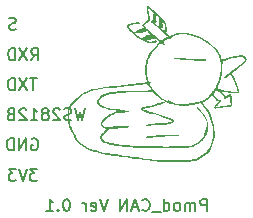
<source format=gbr>
%TF.GenerationSoftware,KiCad,Pcbnew,7.0.9*%
%TF.CreationDate,2024-01-17T02:10:25+09:00*%
%TF.ProjectId,Pmod_CAN,506d6f64-5f43-4414-9e2e-6b696361645f,rev?*%
%TF.SameCoordinates,Original*%
%TF.FileFunction,Legend,Bot*%
%TF.FilePolarity,Positive*%
%FSLAX46Y46*%
G04 Gerber Fmt 4.6, Leading zero omitted, Abs format (unit mm)*
G04 Created by KiCad (PCBNEW 7.0.9) date 2024-01-17 02:10:25*
%MOMM*%
%LPD*%
G01*
G04 APERTURE LIST*
%ADD10C,0.150000*%
G04 APERTURE END LIST*
D10*
X143624058Y-104076619D02*
X143005011Y-104076619D01*
X143005011Y-104076619D02*
X143338344Y-104457571D01*
X143338344Y-104457571D02*
X143195487Y-104457571D01*
X143195487Y-104457571D02*
X143100249Y-104505190D01*
X143100249Y-104505190D02*
X143052630Y-104552809D01*
X143052630Y-104552809D02*
X143005011Y-104648047D01*
X143005011Y-104648047D02*
X143005011Y-104886142D01*
X143005011Y-104886142D02*
X143052630Y-104981380D01*
X143052630Y-104981380D02*
X143100249Y-105029000D01*
X143100249Y-105029000D02*
X143195487Y-105076619D01*
X143195487Y-105076619D02*
X143481201Y-105076619D01*
X143481201Y-105076619D02*
X143576439Y-105029000D01*
X143576439Y-105029000D02*
X143624058Y-104981380D01*
X142719296Y-104076619D02*
X142385963Y-105076619D01*
X142385963Y-105076619D02*
X142052630Y-104076619D01*
X141814534Y-104076619D02*
X141195487Y-104076619D01*
X141195487Y-104076619D02*
X141528820Y-104457571D01*
X141528820Y-104457571D02*
X141385963Y-104457571D01*
X141385963Y-104457571D02*
X141290725Y-104505190D01*
X141290725Y-104505190D02*
X141243106Y-104552809D01*
X141243106Y-104552809D02*
X141195487Y-104648047D01*
X141195487Y-104648047D02*
X141195487Y-104886142D01*
X141195487Y-104886142D02*
X141243106Y-104981380D01*
X141243106Y-104981380D02*
X141290725Y-105029000D01*
X141290725Y-105029000D02*
X141385963Y-105076619D01*
X141385963Y-105076619D02*
X141671677Y-105076619D01*
X141671677Y-105076619D02*
X141766915Y-105029000D01*
X141766915Y-105029000D02*
X141814534Y-104981380D01*
X158006820Y-107616619D02*
X158006820Y-106616619D01*
X158006820Y-106616619D02*
X157625868Y-106616619D01*
X157625868Y-106616619D02*
X157530630Y-106664238D01*
X157530630Y-106664238D02*
X157483011Y-106711857D01*
X157483011Y-106711857D02*
X157435392Y-106807095D01*
X157435392Y-106807095D02*
X157435392Y-106949952D01*
X157435392Y-106949952D02*
X157483011Y-107045190D01*
X157483011Y-107045190D02*
X157530630Y-107092809D01*
X157530630Y-107092809D02*
X157625868Y-107140428D01*
X157625868Y-107140428D02*
X158006820Y-107140428D01*
X157006820Y-107616619D02*
X157006820Y-106949952D01*
X157006820Y-107045190D02*
X156959201Y-106997571D01*
X156959201Y-106997571D02*
X156863963Y-106949952D01*
X156863963Y-106949952D02*
X156721106Y-106949952D01*
X156721106Y-106949952D02*
X156625868Y-106997571D01*
X156625868Y-106997571D02*
X156578249Y-107092809D01*
X156578249Y-107092809D02*
X156578249Y-107616619D01*
X156578249Y-107092809D02*
X156530630Y-106997571D01*
X156530630Y-106997571D02*
X156435392Y-106949952D01*
X156435392Y-106949952D02*
X156292535Y-106949952D01*
X156292535Y-106949952D02*
X156197296Y-106997571D01*
X156197296Y-106997571D02*
X156149677Y-107092809D01*
X156149677Y-107092809D02*
X156149677Y-107616619D01*
X155530630Y-107616619D02*
X155625868Y-107569000D01*
X155625868Y-107569000D02*
X155673487Y-107521380D01*
X155673487Y-107521380D02*
X155721106Y-107426142D01*
X155721106Y-107426142D02*
X155721106Y-107140428D01*
X155721106Y-107140428D02*
X155673487Y-107045190D01*
X155673487Y-107045190D02*
X155625868Y-106997571D01*
X155625868Y-106997571D02*
X155530630Y-106949952D01*
X155530630Y-106949952D02*
X155387773Y-106949952D01*
X155387773Y-106949952D02*
X155292535Y-106997571D01*
X155292535Y-106997571D02*
X155244916Y-107045190D01*
X155244916Y-107045190D02*
X155197297Y-107140428D01*
X155197297Y-107140428D02*
X155197297Y-107426142D01*
X155197297Y-107426142D02*
X155244916Y-107521380D01*
X155244916Y-107521380D02*
X155292535Y-107569000D01*
X155292535Y-107569000D02*
X155387773Y-107616619D01*
X155387773Y-107616619D02*
X155530630Y-107616619D01*
X154340154Y-107616619D02*
X154340154Y-106616619D01*
X154340154Y-107569000D02*
X154435392Y-107616619D01*
X154435392Y-107616619D02*
X154625868Y-107616619D01*
X154625868Y-107616619D02*
X154721106Y-107569000D01*
X154721106Y-107569000D02*
X154768725Y-107521380D01*
X154768725Y-107521380D02*
X154816344Y-107426142D01*
X154816344Y-107426142D02*
X154816344Y-107140428D01*
X154816344Y-107140428D02*
X154768725Y-107045190D01*
X154768725Y-107045190D02*
X154721106Y-106997571D01*
X154721106Y-106997571D02*
X154625868Y-106949952D01*
X154625868Y-106949952D02*
X154435392Y-106949952D01*
X154435392Y-106949952D02*
X154340154Y-106997571D01*
X154102059Y-107711857D02*
X153340154Y-107711857D01*
X152530630Y-107521380D02*
X152578249Y-107569000D01*
X152578249Y-107569000D02*
X152721106Y-107616619D01*
X152721106Y-107616619D02*
X152816344Y-107616619D01*
X152816344Y-107616619D02*
X152959201Y-107569000D01*
X152959201Y-107569000D02*
X153054439Y-107473761D01*
X153054439Y-107473761D02*
X153102058Y-107378523D01*
X153102058Y-107378523D02*
X153149677Y-107188047D01*
X153149677Y-107188047D02*
X153149677Y-107045190D01*
X153149677Y-107045190D02*
X153102058Y-106854714D01*
X153102058Y-106854714D02*
X153054439Y-106759476D01*
X153054439Y-106759476D02*
X152959201Y-106664238D01*
X152959201Y-106664238D02*
X152816344Y-106616619D01*
X152816344Y-106616619D02*
X152721106Y-106616619D01*
X152721106Y-106616619D02*
X152578249Y-106664238D01*
X152578249Y-106664238D02*
X152530630Y-106711857D01*
X152149677Y-107330904D02*
X151673487Y-107330904D01*
X152244915Y-107616619D02*
X151911582Y-106616619D01*
X151911582Y-106616619D02*
X151578249Y-107616619D01*
X151244915Y-107616619D02*
X151244915Y-106616619D01*
X151244915Y-106616619D02*
X150673487Y-107616619D01*
X150673487Y-107616619D02*
X150673487Y-106616619D01*
X149578248Y-106616619D02*
X149244915Y-107616619D01*
X149244915Y-107616619D02*
X148911582Y-106616619D01*
X148197296Y-107569000D02*
X148292534Y-107616619D01*
X148292534Y-107616619D02*
X148483010Y-107616619D01*
X148483010Y-107616619D02*
X148578248Y-107569000D01*
X148578248Y-107569000D02*
X148625867Y-107473761D01*
X148625867Y-107473761D02*
X148625867Y-107092809D01*
X148625867Y-107092809D02*
X148578248Y-106997571D01*
X148578248Y-106997571D02*
X148483010Y-106949952D01*
X148483010Y-106949952D02*
X148292534Y-106949952D01*
X148292534Y-106949952D02*
X148197296Y-106997571D01*
X148197296Y-106997571D02*
X148149677Y-107092809D01*
X148149677Y-107092809D02*
X148149677Y-107188047D01*
X148149677Y-107188047D02*
X148625867Y-107283285D01*
X147721105Y-107616619D02*
X147721105Y-106949952D01*
X147721105Y-107140428D02*
X147673486Y-107045190D01*
X147673486Y-107045190D02*
X147625867Y-106997571D01*
X147625867Y-106997571D02*
X147530629Y-106949952D01*
X147530629Y-106949952D02*
X147435391Y-106949952D01*
X146149676Y-106616619D02*
X146054438Y-106616619D01*
X146054438Y-106616619D02*
X145959200Y-106664238D01*
X145959200Y-106664238D02*
X145911581Y-106711857D01*
X145911581Y-106711857D02*
X145863962Y-106807095D01*
X145863962Y-106807095D02*
X145816343Y-106997571D01*
X145816343Y-106997571D02*
X145816343Y-107235666D01*
X145816343Y-107235666D02*
X145863962Y-107426142D01*
X145863962Y-107426142D02*
X145911581Y-107521380D01*
X145911581Y-107521380D02*
X145959200Y-107569000D01*
X145959200Y-107569000D02*
X146054438Y-107616619D01*
X146054438Y-107616619D02*
X146149676Y-107616619D01*
X146149676Y-107616619D02*
X146244914Y-107569000D01*
X146244914Y-107569000D02*
X146292533Y-107521380D01*
X146292533Y-107521380D02*
X146340152Y-107426142D01*
X146340152Y-107426142D02*
X146387771Y-107235666D01*
X146387771Y-107235666D02*
X146387771Y-106997571D01*
X146387771Y-106997571D02*
X146340152Y-106807095D01*
X146340152Y-106807095D02*
X146292533Y-106711857D01*
X146292533Y-106711857D02*
X146244914Y-106664238D01*
X146244914Y-106664238D02*
X146149676Y-106616619D01*
X145387771Y-107521380D02*
X145340152Y-107569000D01*
X145340152Y-107569000D02*
X145387771Y-107616619D01*
X145387771Y-107616619D02*
X145435390Y-107569000D01*
X145435390Y-107569000D02*
X145387771Y-107521380D01*
X145387771Y-107521380D02*
X145387771Y-107616619D01*
X144387772Y-107616619D02*
X144959200Y-107616619D01*
X144673486Y-107616619D02*
X144673486Y-106616619D01*
X144673486Y-106616619D02*
X144768724Y-106759476D01*
X144768724Y-106759476D02*
X144863962Y-106854714D01*
X144863962Y-106854714D02*
X144959200Y-106902333D01*
X141798439Y-92227400D02*
X141655582Y-92275019D01*
X141655582Y-92275019D02*
X141417487Y-92275019D01*
X141417487Y-92275019D02*
X141322249Y-92227400D01*
X141322249Y-92227400D02*
X141274630Y-92179780D01*
X141274630Y-92179780D02*
X141227011Y-92084542D01*
X141227011Y-92084542D02*
X141227011Y-91989304D01*
X141227011Y-91989304D02*
X141274630Y-91894066D01*
X141274630Y-91894066D02*
X141322249Y-91846447D01*
X141322249Y-91846447D02*
X141417487Y-91798828D01*
X141417487Y-91798828D02*
X141607963Y-91751209D01*
X141607963Y-91751209D02*
X141703201Y-91703590D01*
X141703201Y-91703590D02*
X141750820Y-91655971D01*
X141750820Y-91655971D02*
X141798439Y-91560733D01*
X141798439Y-91560733D02*
X141798439Y-91465495D01*
X141798439Y-91465495D02*
X141750820Y-91370257D01*
X141750820Y-91370257D02*
X141703201Y-91322638D01*
X141703201Y-91322638D02*
X141607963Y-91275019D01*
X141607963Y-91275019D02*
X141369868Y-91275019D01*
X141369868Y-91275019D02*
X141227011Y-91322638D01*
X147688058Y-98945819D02*
X147449963Y-99945819D01*
X147449963Y-99945819D02*
X147259487Y-99231533D01*
X147259487Y-99231533D02*
X147069011Y-99945819D01*
X147069011Y-99945819D02*
X146830916Y-98945819D01*
X146497582Y-99898200D02*
X146354725Y-99945819D01*
X146354725Y-99945819D02*
X146116630Y-99945819D01*
X146116630Y-99945819D02*
X146021392Y-99898200D01*
X146021392Y-99898200D02*
X145973773Y-99850580D01*
X145973773Y-99850580D02*
X145926154Y-99755342D01*
X145926154Y-99755342D02*
X145926154Y-99660104D01*
X145926154Y-99660104D02*
X145973773Y-99564866D01*
X145973773Y-99564866D02*
X146021392Y-99517247D01*
X146021392Y-99517247D02*
X146116630Y-99469628D01*
X146116630Y-99469628D02*
X146307106Y-99422009D01*
X146307106Y-99422009D02*
X146402344Y-99374390D01*
X146402344Y-99374390D02*
X146449963Y-99326771D01*
X146449963Y-99326771D02*
X146497582Y-99231533D01*
X146497582Y-99231533D02*
X146497582Y-99136295D01*
X146497582Y-99136295D02*
X146449963Y-99041057D01*
X146449963Y-99041057D02*
X146402344Y-98993438D01*
X146402344Y-98993438D02*
X146307106Y-98945819D01*
X146307106Y-98945819D02*
X146069011Y-98945819D01*
X146069011Y-98945819D02*
X145926154Y-98993438D01*
X145545201Y-99041057D02*
X145497582Y-98993438D01*
X145497582Y-98993438D02*
X145402344Y-98945819D01*
X145402344Y-98945819D02*
X145164249Y-98945819D01*
X145164249Y-98945819D02*
X145069011Y-98993438D01*
X145069011Y-98993438D02*
X145021392Y-99041057D01*
X145021392Y-99041057D02*
X144973773Y-99136295D01*
X144973773Y-99136295D02*
X144973773Y-99231533D01*
X144973773Y-99231533D02*
X145021392Y-99374390D01*
X145021392Y-99374390D02*
X145592820Y-99945819D01*
X145592820Y-99945819D02*
X144973773Y-99945819D01*
X144402344Y-99374390D02*
X144497582Y-99326771D01*
X144497582Y-99326771D02*
X144545201Y-99279152D01*
X144545201Y-99279152D02*
X144592820Y-99183914D01*
X144592820Y-99183914D02*
X144592820Y-99136295D01*
X144592820Y-99136295D02*
X144545201Y-99041057D01*
X144545201Y-99041057D02*
X144497582Y-98993438D01*
X144497582Y-98993438D02*
X144402344Y-98945819D01*
X144402344Y-98945819D02*
X144211868Y-98945819D01*
X144211868Y-98945819D02*
X144116630Y-98993438D01*
X144116630Y-98993438D02*
X144069011Y-99041057D01*
X144069011Y-99041057D02*
X144021392Y-99136295D01*
X144021392Y-99136295D02*
X144021392Y-99183914D01*
X144021392Y-99183914D02*
X144069011Y-99279152D01*
X144069011Y-99279152D02*
X144116630Y-99326771D01*
X144116630Y-99326771D02*
X144211868Y-99374390D01*
X144211868Y-99374390D02*
X144402344Y-99374390D01*
X144402344Y-99374390D02*
X144497582Y-99422009D01*
X144497582Y-99422009D02*
X144545201Y-99469628D01*
X144545201Y-99469628D02*
X144592820Y-99564866D01*
X144592820Y-99564866D02*
X144592820Y-99755342D01*
X144592820Y-99755342D02*
X144545201Y-99850580D01*
X144545201Y-99850580D02*
X144497582Y-99898200D01*
X144497582Y-99898200D02*
X144402344Y-99945819D01*
X144402344Y-99945819D02*
X144211868Y-99945819D01*
X144211868Y-99945819D02*
X144116630Y-99898200D01*
X144116630Y-99898200D02*
X144069011Y-99850580D01*
X144069011Y-99850580D02*
X144021392Y-99755342D01*
X144021392Y-99755342D02*
X144021392Y-99564866D01*
X144021392Y-99564866D02*
X144069011Y-99469628D01*
X144069011Y-99469628D02*
X144116630Y-99422009D01*
X144116630Y-99422009D02*
X144211868Y-99374390D01*
X143069011Y-99945819D02*
X143640439Y-99945819D01*
X143354725Y-99945819D02*
X143354725Y-98945819D01*
X143354725Y-98945819D02*
X143449963Y-99088676D01*
X143449963Y-99088676D02*
X143545201Y-99183914D01*
X143545201Y-99183914D02*
X143640439Y-99231533D01*
X142688058Y-99041057D02*
X142640439Y-98993438D01*
X142640439Y-98993438D02*
X142545201Y-98945819D01*
X142545201Y-98945819D02*
X142307106Y-98945819D01*
X142307106Y-98945819D02*
X142211868Y-98993438D01*
X142211868Y-98993438D02*
X142164249Y-99041057D01*
X142164249Y-99041057D02*
X142116630Y-99136295D01*
X142116630Y-99136295D02*
X142116630Y-99231533D01*
X142116630Y-99231533D02*
X142164249Y-99374390D01*
X142164249Y-99374390D02*
X142735677Y-99945819D01*
X142735677Y-99945819D02*
X142116630Y-99945819D01*
X141354725Y-99422009D02*
X141211868Y-99469628D01*
X141211868Y-99469628D02*
X141164249Y-99517247D01*
X141164249Y-99517247D02*
X141116630Y-99612485D01*
X141116630Y-99612485D02*
X141116630Y-99755342D01*
X141116630Y-99755342D02*
X141164249Y-99850580D01*
X141164249Y-99850580D02*
X141211868Y-99898200D01*
X141211868Y-99898200D02*
X141307106Y-99945819D01*
X141307106Y-99945819D02*
X141688058Y-99945819D01*
X141688058Y-99945819D02*
X141688058Y-98945819D01*
X141688058Y-98945819D02*
X141354725Y-98945819D01*
X141354725Y-98945819D02*
X141259487Y-98993438D01*
X141259487Y-98993438D02*
X141211868Y-99041057D01*
X141211868Y-99041057D02*
X141164249Y-99136295D01*
X141164249Y-99136295D02*
X141164249Y-99231533D01*
X141164249Y-99231533D02*
X141211868Y-99326771D01*
X141211868Y-99326771D02*
X141259487Y-99374390D01*
X141259487Y-99374390D02*
X141354725Y-99422009D01*
X141354725Y-99422009D02*
X141688058Y-99422009D01*
X143109792Y-94865819D02*
X143443125Y-94389628D01*
X143681220Y-94865819D02*
X143681220Y-93865819D01*
X143681220Y-93865819D02*
X143300268Y-93865819D01*
X143300268Y-93865819D02*
X143205030Y-93913438D01*
X143205030Y-93913438D02*
X143157411Y-93961057D01*
X143157411Y-93961057D02*
X143109792Y-94056295D01*
X143109792Y-94056295D02*
X143109792Y-94199152D01*
X143109792Y-94199152D02*
X143157411Y-94294390D01*
X143157411Y-94294390D02*
X143205030Y-94342009D01*
X143205030Y-94342009D02*
X143300268Y-94389628D01*
X143300268Y-94389628D02*
X143681220Y-94389628D01*
X142776458Y-93865819D02*
X142109792Y-94865819D01*
X142109792Y-93865819D02*
X142776458Y-94865819D01*
X141728839Y-94865819D02*
X141728839Y-93865819D01*
X141728839Y-93865819D02*
X141490744Y-93865819D01*
X141490744Y-93865819D02*
X141347887Y-93913438D01*
X141347887Y-93913438D02*
X141252649Y-94008676D01*
X141252649Y-94008676D02*
X141205030Y-94103914D01*
X141205030Y-94103914D02*
X141157411Y-94294390D01*
X141157411Y-94294390D02*
X141157411Y-94437247D01*
X141157411Y-94437247D02*
X141205030Y-94627723D01*
X141205030Y-94627723D02*
X141252649Y-94722961D01*
X141252649Y-94722961D02*
X141347887Y-94818200D01*
X141347887Y-94818200D02*
X141490744Y-94865819D01*
X141490744Y-94865819D02*
X141728839Y-94865819D01*
X143570077Y-96405819D02*
X142998649Y-96405819D01*
X143284363Y-97405819D02*
X143284363Y-96405819D01*
X142760553Y-96405819D02*
X142093887Y-97405819D01*
X142093887Y-96405819D02*
X142760553Y-97405819D01*
X141712934Y-97405819D02*
X141712934Y-96405819D01*
X141712934Y-96405819D02*
X141474839Y-96405819D01*
X141474839Y-96405819D02*
X141331982Y-96453438D01*
X141331982Y-96453438D02*
X141236744Y-96548676D01*
X141236744Y-96548676D02*
X141189125Y-96643914D01*
X141189125Y-96643914D02*
X141141506Y-96834390D01*
X141141506Y-96834390D02*
X141141506Y-96977247D01*
X141141506Y-96977247D02*
X141189125Y-97167723D01*
X141189125Y-97167723D02*
X141236744Y-97262961D01*
X141236744Y-97262961D02*
X141331982Y-97358200D01*
X141331982Y-97358200D02*
X141474839Y-97405819D01*
X141474839Y-97405819D02*
X141712934Y-97405819D01*
X143157411Y-101533438D02*
X143252649Y-101485819D01*
X143252649Y-101485819D02*
X143395506Y-101485819D01*
X143395506Y-101485819D02*
X143538363Y-101533438D01*
X143538363Y-101533438D02*
X143633601Y-101628676D01*
X143633601Y-101628676D02*
X143681220Y-101723914D01*
X143681220Y-101723914D02*
X143728839Y-101914390D01*
X143728839Y-101914390D02*
X143728839Y-102057247D01*
X143728839Y-102057247D02*
X143681220Y-102247723D01*
X143681220Y-102247723D02*
X143633601Y-102342961D01*
X143633601Y-102342961D02*
X143538363Y-102438200D01*
X143538363Y-102438200D02*
X143395506Y-102485819D01*
X143395506Y-102485819D02*
X143300268Y-102485819D01*
X143300268Y-102485819D02*
X143157411Y-102438200D01*
X143157411Y-102438200D02*
X143109792Y-102390580D01*
X143109792Y-102390580D02*
X143109792Y-102057247D01*
X143109792Y-102057247D02*
X143300268Y-102057247D01*
X142681220Y-102485819D02*
X142681220Y-101485819D01*
X142681220Y-101485819D02*
X142109792Y-102485819D01*
X142109792Y-102485819D02*
X142109792Y-101485819D01*
X141633601Y-102485819D02*
X141633601Y-101485819D01*
X141633601Y-101485819D02*
X141395506Y-101485819D01*
X141395506Y-101485819D02*
X141252649Y-101533438D01*
X141252649Y-101533438D02*
X141157411Y-101628676D01*
X141157411Y-101628676D02*
X141109792Y-101723914D01*
X141109792Y-101723914D02*
X141062173Y-101914390D01*
X141062173Y-101914390D02*
X141062173Y-102057247D01*
X141062173Y-102057247D02*
X141109792Y-102247723D01*
X141109792Y-102247723D02*
X141157411Y-102342961D01*
X141157411Y-102342961D02*
X141252649Y-102438200D01*
X141252649Y-102438200D02*
X141395506Y-102485819D01*
X141395506Y-102485819D02*
X141633601Y-102485819D01*
%TO.C,G\u002A\u002A\u002A*%
G36*
X155518492Y-94652658D02*
G01*
X155766095Y-94683899D01*
X155798304Y-94688586D01*
X156051946Y-94716428D01*
X156369046Y-94739110D01*
X156728381Y-94755367D01*
X157108729Y-94763933D01*
X157317420Y-94766889D01*
X157601264Y-94774190D01*
X157805706Y-94785064D01*
X157936141Y-94800262D01*
X157997967Y-94820535D01*
X157996580Y-94846635D01*
X157937376Y-94879314D01*
X157911123Y-94887140D01*
X157790318Y-94901626D01*
X157604862Y-94908206D01*
X157368637Y-94907703D01*
X157095522Y-94900938D01*
X156799398Y-94888733D01*
X156494146Y-94871911D01*
X156193646Y-94851294D01*
X155911778Y-94827704D01*
X155662422Y-94801962D01*
X155459460Y-94774891D01*
X155316771Y-94747313D01*
X155248236Y-94720050D01*
X155231541Y-94698409D01*
X155247881Y-94660146D01*
X155344643Y-94644818D01*
X155518492Y-94652658D01*
G37*
G36*
X155228180Y-101176623D02*
G01*
X155423802Y-101186661D01*
X155551429Y-101205144D01*
X155601241Y-101232074D01*
X155585189Y-101243745D01*
X155491997Y-101261231D01*
X155321640Y-101277976D01*
X155080667Y-101293388D01*
X154775627Y-101306873D01*
X154527189Y-101317252D01*
X154248123Y-101331685D01*
X153995806Y-101347541D01*
X153790657Y-101363522D01*
X153653096Y-101378327D01*
X153500254Y-101397259D01*
X153285013Y-101415464D01*
X153087129Y-101423445D01*
X152924107Y-101421075D01*
X152813455Y-101408224D01*
X152772680Y-101384765D01*
X152772736Y-101380198D01*
X152777300Y-101359253D01*
X152796652Y-101342091D01*
X152841220Y-101327180D01*
X152921427Y-101312988D01*
X153047700Y-101297985D01*
X153230465Y-101280637D01*
X153480146Y-101259414D01*
X153807169Y-101232784D01*
X153962120Y-101220836D01*
X154331531Y-101197136D01*
X154672225Y-101181864D01*
X154974380Y-101175026D01*
X155228180Y-101176623D01*
G37*
G36*
X154360778Y-98402574D02*
G01*
X154420378Y-98431766D01*
X154424000Y-98476788D01*
X154362466Y-98527531D01*
X154224831Y-98579519D01*
X154005263Y-98635619D01*
X153816329Y-98679716D01*
X153586375Y-98736247D01*
X153388972Y-98787530D01*
X153251876Y-98823695D01*
X153036158Y-98877924D01*
X152847665Y-98922571D01*
X152842073Y-98923835D01*
X152669022Y-98970135D01*
X152583298Y-99010915D01*
X152584401Y-99046613D01*
X152671833Y-99077671D01*
X152706376Y-99085808D01*
X152842816Y-99122060D01*
X152992784Y-99165994D01*
X153023474Y-99175258D01*
X153161939Y-99215244D01*
X153356671Y-99269902D01*
X153586231Y-99333251D01*
X153829180Y-99399310D01*
X154088357Y-99475215D01*
X154374578Y-99572426D01*
X154639358Y-99675653D01*
X154869976Y-99779136D01*
X155053712Y-99877115D01*
X155177847Y-99963829D01*
X155229659Y-100033518D01*
X155229478Y-100061738D01*
X155175769Y-100140600D01*
X155057009Y-100213419D01*
X154889976Y-100271675D01*
X154691448Y-100306846D01*
X154657368Y-100310053D01*
X154493314Y-100323172D01*
X154273188Y-100338497D01*
X154021598Y-100354377D01*
X153763148Y-100369159D01*
X153607768Y-100377555D01*
X153331648Y-100392351D01*
X153127864Y-100402536D01*
X152985759Y-100408036D01*
X152894677Y-100408776D01*
X152843963Y-100404682D01*
X152822962Y-100395682D01*
X152821017Y-100381700D01*
X152827474Y-100362663D01*
X152847222Y-100338112D01*
X152907211Y-100311406D01*
X153014177Y-100287894D01*
X153176329Y-100266540D01*
X153401874Y-100246308D01*
X153699020Y-100226161D01*
X154075978Y-100205064D01*
X154290188Y-100192650D01*
X154595422Y-100168530D01*
X154819132Y-100140518D01*
X154965427Y-100107849D01*
X155038418Y-100069761D01*
X155042215Y-100025488D01*
X155006258Y-99990136D01*
X154886612Y-99919911D01*
X154700325Y-99836132D01*
X154459011Y-99743170D01*
X154174283Y-99645396D01*
X153857753Y-99547181D01*
X153521034Y-99452896D01*
X153290473Y-99391075D01*
X152979426Y-99303968D01*
X152742034Y-99231341D01*
X152570671Y-99170371D01*
X152457711Y-99118233D01*
X152395527Y-99072106D01*
X152376493Y-99029165D01*
X152382820Y-99001778D01*
X152454689Y-98927840D01*
X152596301Y-98856042D01*
X152794691Y-98793685D01*
X152844978Y-98781203D01*
X153154002Y-98704395D01*
X153445502Y-98631772D01*
X153696831Y-98568982D01*
X153885340Y-98521674D01*
X153956534Y-98501903D01*
X154065771Y-98462816D01*
X154119047Y-98430715D01*
X154163959Y-98405474D01*
X154260401Y-98393758D01*
X154360778Y-98402574D01*
G37*
G36*
X154595694Y-92475721D02*
G01*
X154570627Y-92513148D01*
X154593536Y-92569669D01*
X154678040Y-92660391D01*
X154819648Y-92797255D01*
X155105783Y-92706608D01*
X155274689Y-92653550D01*
X155455333Y-92599872D01*
X155592393Y-92566000D01*
X155709206Y-92547409D01*
X155829110Y-92539573D01*
X155975441Y-92537967D01*
X156269899Y-92551908D01*
X156638172Y-92614474D01*
X157014510Y-92732973D01*
X157422678Y-92913571D01*
X157602470Y-93005321D01*
X157984534Y-93226353D01*
X158312357Y-93461372D01*
X158609311Y-93728293D01*
X158898772Y-94045035D01*
X158941158Y-94098798D01*
X159053580Y-94274006D01*
X159150354Y-94467637D01*
X159218174Y-94650784D01*
X159243738Y-94794542D01*
X159249708Y-94842246D01*
X159284402Y-94847749D01*
X159371675Y-94807171D01*
X159488857Y-94754660D01*
X159723118Y-94674587D01*
X159999279Y-94600697D01*
X160292522Y-94538068D01*
X160578032Y-94491778D01*
X160830990Y-94466907D01*
X161026580Y-94468531D01*
X161075439Y-94477277D01*
X161214838Y-94543143D01*
X161317042Y-94649587D01*
X161355672Y-94769929D01*
X161356736Y-94773244D01*
X161351898Y-94801531D01*
X161294262Y-94907674D01*
X161181272Y-95047559D01*
X161025205Y-95209011D01*
X160838335Y-95379854D01*
X160632940Y-95547914D01*
X160421294Y-95701014D01*
X160338882Y-95757257D01*
X160205947Y-95852322D01*
X160114290Y-95923839D01*
X160080133Y-95959516D01*
X160080602Y-95962838D01*
X160113500Y-96017808D01*
X160182356Y-96101243D01*
X160196775Y-96117865D01*
X160291284Y-96257657D01*
X160390599Y-96448212D01*
X160488207Y-96671131D01*
X160577592Y-96908017D01*
X160652242Y-97140473D01*
X160705643Y-97350100D01*
X160731281Y-97518500D01*
X160722643Y-97627276D01*
X160695550Y-97654966D01*
X160589328Y-97682192D01*
X160416790Y-97685788D01*
X160189476Y-97665827D01*
X159918927Y-97622376D01*
X159896493Y-97618144D01*
X159709017Y-97586851D01*
X159538878Y-97564733D01*
X159420468Y-97556345D01*
X159267043Y-97556338D01*
X159625378Y-97914673D01*
X159809028Y-97818950D01*
X159809392Y-97818760D01*
X159929046Y-97761626D01*
X160012061Y-97743077D01*
X160065515Y-97773002D01*
X160096482Y-97861292D01*
X160112039Y-98017835D01*
X160119263Y-98252521D01*
X160119756Y-98277874D01*
X160122130Y-98497574D01*
X160113712Y-98645595D01*
X160112570Y-98649400D01*
X160086327Y-98736849D01*
X160031798Y-98786252D01*
X159941949Y-98808717D01*
X159808601Y-98819159D01*
X159780590Y-98821153D01*
X159622588Y-98838088D01*
X159423231Y-98865408D01*
X159218842Y-98898244D01*
X159048852Y-98926692D01*
X158849553Y-98954246D01*
X158719523Y-98962003D01*
X158648806Y-98950325D01*
X158627447Y-98919568D01*
X158636107Y-98864161D01*
X158688209Y-98733630D01*
X158770640Y-98594967D01*
X158863888Y-98484106D01*
X158950507Y-98391979D01*
X158975619Y-98326880D01*
X158924587Y-98303300D01*
X158879792Y-98289651D01*
X158778649Y-98219279D01*
X158661536Y-98105340D01*
X158549005Y-97966278D01*
X158449282Y-97825959D01*
X158233972Y-98037896D01*
X158117932Y-98142072D01*
X157967603Y-98256167D01*
X157839961Y-98332288D01*
X157766857Y-98369121D01*
X157679816Y-98438755D01*
X157672261Y-98511511D01*
X157739413Y-98600117D01*
X157766879Y-98629104D01*
X157853276Y-98732388D01*
X157946013Y-98854951D01*
X157981095Y-98903139D01*
X158082227Y-99035969D01*
X158167928Y-99141086D01*
X158240269Y-99253937D01*
X158289736Y-99390966D01*
X158298185Y-99428731D01*
X158342789Y-99571925D01*
X158402512Y-99721122D01*
X158443173Y-99820365D01*
X158526855Y-100100091D01*
X158591340Y-100423804D01*
X158633998Y-100766331D01*
X158645536Y-100979466D01*
X158652196Y-101102497D01*
X158643303Y-101407129D01*
X158604687Y-101655053D01*
X158540406Y-101859850D01*
X158441649Y-102110083D01*
X158328893Y-102352286D01*
X158218951Y-102547560D01*
X158158338Y-102629749D01*
X157975243Y-102816447D01*
X157742809Y-102999624D01*
X157485893Y-103162695D01*
X157229350Y-103289077D01*
X156998034Y-103362185D01*
X156857003Y-103390258D01*
X156685499Y-103425870D01*
X156558469Y-103453891D01*
X156550553Y-103455609D01*
X156432193Y-103469662D01*
X156242082Y-103480537D01*
X155994861Y-103488236D01*
X155705173Y-103492762D01*
X155387661Y-103494118D01*
X155056966Y-103492306D01*
X154727732Y-103487328D01*
X154414599Y-103479188D01*
X154132212Y-103467887D01*
X153895211Y-103453428D01*
X153865513Y-103451053D01*
X153646998Y-103429961D01*
X153362220Y-103397977D01*
X153028870Y-103357317D01*
X152664636Y-103310194D01*
X152287208Y-103258825D01*
X151914275Y-103205422D01*
X151837016Y-103194082D01*
X151467631Y-103140597D01*
X151101836Y-103088736D01*
X150756325Y-103040794D01*
X150447793Y-102999065D01*
X150192934Y-102965846D01*
X150008443Y-102943430D01*
X149812944Y-102918299D01*
X149553680Y-102877519D01*
X149314024Y-102832402D01*
X149128027Y-102788923D01*
X148920372Y-102732537D01*
X148706023Y-102677220D01*
X148501536Y-102628783D01*
X148265627Y-102577083D01*
X148245249Y-102572319D01*
X148051690Y-102499156D01*
X147822507Y-102374427D01*
X147576953Y-102211786D01*
X147334277Y-102024887D01*
X147113729Y-101827385D01*
X146934558Y-101632933D01*
X146934325Y-101632644D01*
X146844078Y-101503598D01*
X146732569Y-101318693D01*
X146613946Y-101102579D01*
X146502359Y-100879908D01*
X146492940Y-100860060D01*
X146393135Y-100646491D01*
X146324043Y-100484164D01*
X146278488Y-100347175D01*
X146249292Y-100209617D01*
X146229279Y-100045584D01*
X146211272Y-99829170D01*
X146203770Y-99720885D01*
X146199207Y-99494175D01*
X146329732Y-99494175D01*
X146345804Y-99815539D01*
X146348913Y-99855664D01*
X146365692Y-100046448D01*
X146386331Y-100195654D01*
X146417784Y-100327419D01*
X146467006Y-100465881D01*
X146540952Y-100635180D01*
X146646577Y-100859453D01*
X146711830Y-100993579D01*
X146869469Y-101286435D01*
X147027792Y-101524177D01*
X147204327Y-101728142D01*
X147416601Y-101919668D01*
X147682141Y-102120090D01*
X147730602Y-102154321D01*
X147914890Y-102276733D01*
X148068301Y-102359611D01*
X148220518Y-102417130D01*
X148401224Y-102463464D01*
X148413140Y-102466117D01*
X148609957Y-102511963D01*
X148799715Y-102559319D01*
X148942871Y-102598336D01*
X149025063Y-102622410D01*
X149256503Y-102685524D01*
X149459204Y-102730248D01*
X149672049Y-102764316D01*
X149933921Y-102795462D01*
X149947053Y-102796902D01*
X150114959Y-102817544D01*
X150352086Y-102849431D01*
X150642400Y-102890275D01*
X150969872Y-102937785D01*
X151318469Y-102989674D01*
X151672161Y-103043652D01*
X151701216Y-103048136D01*
X152058301Y-103101987D01*
X152411655Y-103153140D01*
X152744642Y-103199338D01*
X153040621Y-103238322D01*
X153282954Y-103267835D01*
X153455003Y-103285618D01*
X153593956Y-103295728D01*
X153837345Y-103308726D01*
X154124758Y-103320139D01*
X154442995Y-103329801D01*
X154778853Y-103337544D01*
X155119134Y-103343204D01*
X155450636Y-103346614D01*
X155760158Y-103347608D01*
X156034502Y-103346020D01*
X156260465Y-103341685D01*
X156424847Y-103334435D01*
X156514448Y-103324105D01*
X156609380Y-103301974D01*
X156775038Y-103266303D01*
X156951422Y-103230673D01*
X157077365Y-103197384D01*
X157334810Y-103088757D01*
X157597594Y-102934591D01*
X157837117Y-102752731D01*
X158024778Y-102561019D01*
X158242805Y-102228569D01*
X158410509Y-101829957D01*
X158503474Y-101407182D01*
X158515734Y-100979466D01*
X158509449Y-100899793D01*
X158470471Y-100567148D01*
X158414451Y-100251344D01*
X158346180Y-99976103D01*
X158270450Y-99765143D01*
X158249560Y-99717017D01*
X158192912Y-99563793D01*
X158157673Y-99434987D01*
X158113164Y-99309096D01*
X158034110Y-99185107D01*
X157949862Y-99083628D01*
X157874839Y-98982269D01*
X157838690Y-98933020D01*
X157749646Y-98823648D01*
X157643669Y-98702236D01*
X157474276Y-98514989D01*
X157181450Y-98583090D01*
X157053420Y-98608867D01*
X156840130Y-98643832D01*
X156596105Y-98677722D01*
X156352911Y-98705858D01*
X156181707Y-98722807D01*
X155996825Y-98737159D01*
X155853634Y-98739111D01*
X155725360Y-98727270D01*
X155585228Y-98700244D01*
X155406464Y-98656640D01*
X155309474Y-98632714D01*
X155125597Y-98590614D01*
X154975838Y-98560480D01*
X154885679Y-98547644D01*
X154850005Y-98542284D01*
X154724231Y-98501171D01*
X154565879Y-98431813D01*
X154403847Y-98348606D01*
X154267031Y-98265947D01*
X154184327Y-98198231D01*
X154145013Y-98158712D01*
X154089915Y-98128608D01*
X154072399Y-98125565D01*
X154043090Y-98108985D01*
X153993666Y-98069389D01*
X153913228Y-97997341D01*
X153790874Y-97883406D01*
X153615704Y-97718148D01*
X153607837Y-97710749D01*
X153491913Y-97611191D01*
X153398633Y-97547341D01*
X153347551Y-97532720D01*
X153309173Y-97539324D01*
X153192068Y-97548099D01*
X153009351Y-97557156D01*
X152773363Y-97565981D01*
X152496440Y-97574060D01*
X152190921Y-97580880D01*
X152004267Y-97584721D01*
X151415159Y-97601473D01*
X150905796Y-97624355D01*
X150469856Y-97654272D01*
X150101014Y-97692132D01*
X149792948Y-97738841D01*
X149539335Y-97795304D01*
X149333852Y-97862430D01*
X149170176Y-97941124D01*
X149041983Y-98032292D01*
X148926572Y-98148196D01*
X148834851Y-98302676D01*
X148827589Y-98443510D01*
X148905506Y-98567872D01*
X148997575Y-98641490D01*
X149162511Y-98732176D01*
X149380580Y-98814604D01*
X149658764Y-98890608D01*
X150004042Y-98962023D01*
X150423397Y-99030684D01*
X150923807Y-99098426D01*
X150963301Y-99103471D01*
X151213530Y-99142310D01*
X151384039Y-99182749D01*
X151472055Y-99223950D01*
X151474806Y-99265073D01*
X151426603Y-99275967D01*
X151307402Y-99285719D01*
X151136277Y-99292637D01*
X150931781Y-99295675D01*
X150872400Y-99296016D01*
X150640105Y-99301655D01*
X150471059Y-99315758D01*
X150344956Y-99340782D01*
X150241485Y-99379184D01*
X150217789Y-99390174D01*
X150049661Y-99467917D01*
X149886818Y-99542919D01*
X149849736Y-99560829D01*
X149714929Y-99638120D01*
X149613528Y-99713167D01*
X149541938Y-99774699D01*
X149499374Y-99801398D01*
X149482338Y-99811553D01*
X149416807Y-99868053D01*
X149323749Y-99957574D01*
X149244857Y-100042192D01*
X149148226Y-100186615D01*
X149132285Y-100303868D01*
X149197251Y-100399811D01*
X149343346Y-100480300D01*
X149424284Y-100509980D01*
X149550114Y-100539545D01*
X149686078Y-100544189D01*
X149856927Y-100523850D01*
X150087412Y-100478467D01*
X150087832Y-100478376D01*
X150296938Y-100441748D01*
X150520043Y-100416820D01*
X150744436Y-100403106D01*
X150957405Y-100400118D01*
X151146239Y-100407369D01*
X151298224Y-100424372D01*
X151400650Y-100450638D01*
X151440805Y-100485682D01*
X151405976Y-100529015D01*
X151405085Y-100529537D01*
X151337456Y-100547600D01*
X151201660Y-100570057D01*
X151016672Y-100594831D01*
X150801464Y-100619848D01*
X150575012Y-100643032D01*
X150356288Y-100662309D01*
X150164267Y-100675601D01*
X150017923Y-100680835D01*
X149906490Y-100686750D01*
X149752830Y-100726284D01*
X149590913Y-100816572D01*
X149447474Y-100919984D01*
X149257791Y-101099454D01*
X149148817Y-101271369D01*
X149120867Y-101430980D01*
X149174258Y-101573536D01*
X149309305Y-101694286D01*
X149526324Y-101788479D01*
X149879952Y-101885608D01*
X150358540Y-101986124D01*
X150813755Y-102048680D01*
X150930563Y-102059124D01*
X151293351Y-102086059D01*
X151700737Y-102109505D01*
X152143254Y-102129415D01*
X152611435Y-102145747D01*
X153095812Y-102158456D01*
X153586918Y-102167497D01*
X154075285Y-102172826D01*
X154551446Y-102174398D01*
X155005933Y-102172170D01*
X155429280Y-102166097D01*
X155812018Y-102156134D01*
X156144681Y-102142236D01*
X156417800Y-102124361D01*
X156621908Y-102102463D01*
X156747539Y-102076498D01*
X156851902Y-102030530D01*
X156995247Y-101950773D01*
X157153627Y-101851622D01*
X157308714Y-101745637D01*
X157442181Y-101645375D01*
X157535701Y-101563396D01*
X157570947Y-101512259D01*
X157586607Y-101473835D01*
X157642206Y-101381118D01*
X157724167Y-101261123D01*
X157755382Y-101214419D01*
X157865908Y-100987941D01*
X157946304Y-100725013D01*
X157987892Y-100460384D01*
X157981992Y-100228804D01*
X157959994Y-100120721D01*
X157842217Y-99797124D01*
X157654132Y-99480926D01*
X157407201Y-99192789D01*
X157291201Y-99075617D01*
X157199934Y-98970289D01*
X157163094Y-98902499D01*
X157173286Y-98861783D01*
X157211487Y-98852806D01*
X157277611Y-98888862D01*
X157380218Y-98978394D01*
X157529009Y-99128678D01*
X157616050Y-99223786D01*
X157861839Y-99553587D01*
X158031158Y-99891070D01*
X158118649Y-100226264D01*
X158123828Y-100274324D01*
X158118120Y-100534840D01*
X158067464Y-100815072D01*
X157980221Y-101079859D01*
X157864751Y-101294036D01*
X157806338Y-101378339D01*
X157732780Y-101493459D01*
X157692797Y-101568301D01*
X157658693Y-101617724D01*
X157559440Y-101712637D01*
X157416688Y-101827095D01*
X157249581Y-101947478D01*
X157077260Y-102060170D01*
X156918868Y-102151553D01*
X156793548Y-102208010D01*
X156741271Y-102223135D01*
X156658602Y-102239429D01*
X156549236Y-102252956D01*
X156404411Y-102264123D01*
X156215362Y-102273338D01*
X155973326Y-102281009D01*
X155669539Y-102287543D01*
X155295237Y-102293348D01*
X154841658Y-102298833D01*
X154591474Y-102301097D01*
X153899786Y-102302165D01*
X153236950Y-102295634D01*
X152610349Y-102281859D01*
X152027365Y-102261196D01*
X151495381Y-102234000D01*
X151021780Y-102200626D01*
X150613943Y-102161429D01*
X150279255Y-102116766D01*
X150025097Y-102066991D01*
X149850122Y-102022882D01*
X149611372Y-101957152D01*
X149433639Y-101897644D01*
X149300893Y-101837794D01*
X149197104Y-101771039D01*
X149106240Y-101690818D01*
X149050777Y-101634565D01*
X148986528Y-101553466D01*
X148962713Y-101473231D01*
X148974036Y-101365386D01*
X149015198Y-101201462D01*
X149016423Y-101197669D01*
X149062503Y-101128464D01*
X149155095Y-101024648D01*
X149275651Y-100907179D01*
X149296919Y-100887545D01*
X149402570Y-100782900D01*
X149468979Y-100704635D01*
X149482546Y-100668442D01*
X149473415Y-100663953D01*
X149397064Y-100634515D01*
X149282473Y-100595625D01*
X149271423Y-100591965D01*
X149104290Y-100501834D01*
X149014408Y-100376695D01*
X149002535Y-100224761D01*
X149069429Y-100054247D01*
X149215847Y-99873368D01*
X149305829Y-99790962D01*
X149447935Y-99674266D01*
X149601282Y-99558808D01*
X149746327Y-99458578D01*
X149863527Y-99387566D01*
X149933339Y-99359761D01*
X149967730Y-99351020D01*
X150066377Y-99313210D01*
X150195756Y-99255962D01*
X150414152Y-99153871D01*
X150195756Y-99123030D01*
X150055283Y-99101835D01*
X149784988Y-99053536D01*
X149543466Y-99000855D01*
X149350315Y-98948289D01*
X149225134Y-98900333D01*
X149221147Y-98898265D01*
X149119183Y-98852359D01*
X149050520Y-98833212D01*
X149022270Y-98822616D01*
X148939967Y-98766618D01*
X148835654Y-98678653D01*
X148769945Y-98616550D01*
X148703961Y-98535043D01*
X148682799Y-98453671D01*
X148691718Y-98337492D01*
X148703867Y-98268189D01*
X148742637Y-98167216D01*
X148818683Y-98067958D01*
X148949252Y-97944061D01*
X148964284Y-97930801D01*
X149093051Y-97826501D01*
X149213770Y-97754949D01*
X149358127Y-97700758D01*
X149557810Y-97648540D01*
X149628739Y-97632408D01*
X149809110Y-97597175D01*
X150010400Y-97566358D01*
X150240070Y-97539507D01*
X150505576Y-97516173D01*
X150814376Y-97495906D01*
X151173927Y-97478256D01*
X151591689Y-97462775D01*
X152075118Y-97449012D01*
X152631672Y-97436519D01*
X153268809Y-97424845D01*
X153276449Y-97418014D01*
X153264243Y-97360303D01*
X153220660Y-97262927D01*
X153158045Y-97149151D01*
X153088740Y-97042242D01*
X153025090Y-96965466D01*
X153000895Y-96943780D01*
X152955499Y-96916055D01*
X152892770Y-96902035D01*
X152795172Y-96900757D01*
X152645163Y-96911261D01*
X152425206Y-96932586D01*
X152294237Y-96946227D01*
X151993987Y-96979354D01*
X151682024Y-97015716D01*
X151408036Y-97049599D01*
X151352442Y-97056638D01*
X151100368Y-97086588D01*
X150802055Y-97119730D01*
X150490191Y-97152507D01*
X150197464Y-97181361D01*
X150036962Y-97196931D01*
X149470876Y-97260392D01*
X148980724Y-97331856D01*
X148556959Y-97414634D01*
X148190035Y-97512038D01*
X147870405Y-97627380D01*
X147588522Y-97763972D01*
X147334841Y-97925125D01*
X147099813Y-98114152D01*
X146873894Y-98334364D01*
X146839195Y-98371181D01*
X146631890Y-98606353D01*
X146485321Y-98813713D01*
X146391459Y-99015787D01*
X146342273Y-99235099D01*
X146329732Y-99494175D01*
X146199207Y-99494175D01*
X146197168Y-99392841D01*
X146226389Y-99119369D01*
X146299276Y-98880344D01*
X146423672Y-98655640D01*
X146607419Y-98425134D01*
X146858360Y-98168700D01*
X146965345Y-98068122D01*
X147196375Y-97869752D01*
X147427731Y-97702302D01*
X147670377Y-97561915D01*
X147935278Y-97444737D01*
X148233398Y-97346912D01*
X148575702Y-97264586D01*
X148973154Y-97193902D01*
X149436718Y-97131006D01*
X149977360Y-97072043D01*
X150189576Y-97050380D01*
X150515878Y-97015692D01*
X150839199Y-96979913D01*
X151131319Y-96946183D01*
X151364015Y-96917647D01*
X151545901Y-96894848D01*
X151852182Y-96858248D01*
X152161432Y-96823031D01*
X152428544Y-96794420D01*
X152642221Y-96771133D01*
X152790613Y-96750111D01*
X152875811Y-96729309D01*
X152910372Y-96705617D01*
X152906855Y-96675922D01*
X152885753Y-96628489D01*
X152841913Y-96459562D01*
X152809951Y-96233077D01*
X152790550Y-95970214D01*
X152787054Y-95812334D01*
X152910102Y-95812334D01*
X152927841Y-96099480D01*
X152965406Y-96349787D01*
X152981266Y-96422031D01*
X153021111Y-96577119D01*
X153059613Y-96667466D01*
X153105842Y-96709574D01*
X153168868Y-96719942D01*
X153197912Y-96721795D01*
X153268124Y-96751976D01*
X153277376Y-96799457D01*
X153215558Y-96838552D01*
X153184794Y-96847402D01*
X153147116Y-96877235D01*
X153183989Y-96934636D01*
X153200592Y-96955503D01*
X153266450Y-97056344D01*
X153336328Y-97182161D01*
X153391003Y-97269536D01*
X153523165Y-97431527D01*
X153699135Y-97615019D01*
X153901117Y-97803670D01*
X154111314Y-97981139D01*
X154311932Y-98131081D01*
X154485174Y-98237156D01*
X154506557Y-98248047D01*
X154595956Y-98287557D01*
X154642862Y-98284517D01*
X154676686Y-98239251D01*
X154678775Y-98235555D01*
X154712742Y-98196283D01*
X154758340Y-98209310D01*
X154839672Y-98280778D01*
X154924783Y-98342648D01*
X155074903Y-98420522D01*
X155242440Y-98484732D01*
X155449989Y-98536001D01*
X155831690Y-98580339D01*
X156261168Y-98579016D01*
X156721752Y-98532405D01*
X157196771Y-98440880D01*
X157217583Y-98435766D01*
X157479630Y-98348713D01*
X157734164Y-98226581D01*
X157965564Y-98080487D01*
X158158209Y-97921551D01*
X158296478Y-97760889D01*
X158324689Y-97698380D01*
X158578197Y-97698380D01*
X158579404Y-97760429D01*
X158616312Y-97827562D01*
X158723349Y-97970434D01*
X158890073Y-98126045D01*
X159053841Y-98199081D01*
X159063997Y-98201076D01*
X159169238Y-98232726D01*
X159227150Y-98269444D01*
X159227843Y-98270822D01*
X159207888Y-98322214D01*
X159136592Y-98411503D01*
X159028570Y-98520233D01*
X159025343Y-98523221D01*
X158913480Y-98634011D01*
X158833859Y-98726371D01*
X158803530Y-98780574D01*
X158805584Y-98798468D01*
X158836545Y-98828968D01*
X158837820Y-98828804D01*
X158899324Y-98818645D01*
X159020936Y-98797315D01*
X159177706Y-98769187D01*
X159339145Y-98741445D01*
X159557447Y-98707231D01*
X159743463Y-98681390D01*
X160001075Y-98649400D01*
X159985410Y-98304463D01*
X159983469Y-98265644D01*
X159971376Y-98104895D01*
X159955932Y-97985094D01*
X159939991Y-97929772D01*
X159910954Y-97929447D01*
X159826229Y-97966183D01*
X159712123Y-98036323D01*
X159686861Y-98053564D01*
X159547805Y-98139487D01*
X159465508Y-98167429D01*
X159432052Y-98137819D01*
X159439521Y-98051086D01*
X159446336Y-97999242D01*
X159430008Y-97927246D01*
X159370674Y-97843158D01*
X159255930Y-97724947D01*
X159144786Y-97625230D01*
X159033537Y-97541897D01*
X158957602Y-97503642D01*
X158907643Y-97481039D01*
X158875675Y-97411583D01*
X158866074Y-97347947D01*
X158821688Y-97345695D01*
X158751293Y-97408826D01*
X158664587Y-97531813D01*
X158617585Y-97611442D01*
X158578197Y-97698380D01*
X158324689Y-97698380D01*
X158364749Y-97609619D01*
X158395168Y-97529627D01*
X158461052Y-97502611D01*
X158491067Y-97495909D01*
X158552533Y-97435742D01*
X158635668Y-97308366D01*
X158723625Y-97147026D01*
X158891571Y-97147026D01*
X158899229Y-97165810D01*
X158959122Y-97230032D01*
X159059015Y-97308236D01*
X159088437Y-97327872D01*
X159252203Y-97403173D01*
X159444197Y-97425822D01*
X159561929Y-97432297D01*
X159757046Y-97455804D01*
X159948070Y-97490306D01*
X160090143Y-97517597D01*
X160276540Y-97543982D01*
X160424260Y-97554791D01*
X160427912Y-97554819D01*
X160544393Y-97550034D01*
X160593039Y-97527741D01*
X160593182Y-97479301D01*
X160590205Y-97467901D01*
X160567679Y-97364376D01*
X160543415Y-97232999D01*
X160533462Y-97187883D01*
X160483899Y-97033476D01*
X160407693Y-96838083D01*
X160315918Y-96626546D01*
X160219642Y-96423709D01*
X160129939Y-96254414D01*
X160057879Y-96143504D01*
X159965260Y-96029284D01*
X159825151Y-96146253D01*
X159767077Y-96198325D01*
X159719794Y-96265320D01*
X159735875Y-96314056D01*
X159760955Y-96356137D01*
X159715888Y-96392066D01*
X159637112Y-96408268D01*
X159534300Y-96391979D01*
X159475871Y-96337893D01*
X159477109Y-96323983D01*
X159525494Y-96255805D01*
X159630647Y-96151105D01*
X159781034Y-96019677D01*
X159965124Y-95871317D01*
X160171383Y-95715820D01*
X160388278Y-95562980D01*
X160441656Y-95525892D01*
X160623902Y-95388210D01*
X160803694Y-95237905D01*
X160967349Y-95087951D01*
X161101186Y-94951322D01*
X161191521Y-94840990D01*
X161224674Y-94769929D01*
X161218197Y-94731441D01*
X161150258Y-94648552D01*
X161026580Y-94603016D01*
X160873940Y-94598685D01*
X160662987Y-94617544D01*
X160416908Y-94655430D01*
X160156165Y-94707787D01*
X159901221Y-94770056D01*
X159672537Y-94837678D01*
X159490576Y-94906096D01*
X159375800Y-94970751D01*
X159375580Y-94970933D01*
X159343743Y-95020795D01*
X159321801Y-95117372D01*
X159307801Y-95274407D01*
X159299789Y-95505646D01*
X159295180Y-95608932D01*
X159291108Y-95700193D01*
X159251875Y-96060177D01*
X159186578Y-96398316D01*
X159099886Y-96692821D01*
X158996464Y-96921904D01*
X158964687Y-96978552D01*
X158912273Y-97084648D01*
X158891571Y-97147026D01*
X158723625Y-97147026D01*
X158745760Y-97106424D01*
X158841901Y-96917514D01*
X158938083Y-96712868D01*
X159007126Y-96537652D01*
X159059155Y-96365410D01*
X159104297Y-96169683D01*
X159119003Y-96095739D01*
X159178852Y-95608932D01*
X159169479Y-95155111D01*
X159092052Y-94740997D01*
X158947737Y-94373309D01*
X158737701Y-94058769D01*
X158386886Y-93699660D01*
X157972730Y-93371242D01*
X157520613Y-93092461D01*
X157050031Y-92875309D01*
X156580479Y-92731779D01*
X156431301Y-92705040D01*
X156191129Y-92680530D01*
X155947924Y-92673117D01*
X155731364Y-92683386D01*
X155571126Y-92711919D01*
X155527652Y-92724922D01*
X155381241Y-92765677D01*
X155223186Y-92806704D01*
X155146274Y-92828464D01*
X155108619Y-92846671D01*
X155029203Y-92885071D01*
X154971156Y-92962908D01*
X154961226Y-92985618D01*
X154911329Y-93050396D01*
X154863208Y-93066372D01*
X154841658Y-93022196D01*
X154841445Y-93015590D01*
X154822789Y-92984269D01*
X154765827Y-92991247D01*
X154659038Y-93040228D01*
X154490900Y-93134913D01*
X154478766Y-93142083D01*
X154353615Y-93224076D01*
X154271429Y-93292694D01*
X154249469Y-93333725D01*
X154259437Y-93345573D01*
X154314241Y-93351837D01*
X154325935Y-93349739D01*
X154374946Y-93384486D01*
X154423490Y-93454601D01*
X154445471Y-93525541D01*
X154424146Y-93550274D01*
X154352946Y-93548840D01*
X154262025Y-93517715D01*
X154183289Y-93464347D01*
X154175430Y-93456531D01*
X154139614Y-93427027D01*
X154102519Y-93421023D01*
X154052372Y-93446678D01*
X153977399Y-93512151D01*
X153865826Y-93625601D01*
X153705881Y-93795186D01*
X153663381Y-93840853D01*
X153463387Y-94069828D01*
X153326439Y-94254293D01*
X153255955Y-94389730D01*
X153241067Y-94432198D01*
X153195404Y-94537669D01*
X153158378Y-94591417D01*
X153156616Y-94592558D01*
X153102834Y-94668994D01*
X153039532Y-94832112D01*
X152966551Y-95082316D01*
X152933984Y-95255992D01*
X152912159Y-95520466D01*
X152910102Y-95812334D01*
X152787054Y-95812334D01*
X152784393Y-95692152D01*
X152792160Y-95420070D01*
X152814534Y-95175147D01*
X152852197Y-94978561D01*
X152936315Y-94736112D01*
X153111432Y-94383136D01*
X153341342Y-94033034D01*
X153611768Y-93709661D01*
X153739793Y-93571285D01*
X153854701Y-93440370D01*
X153932577Y-93343712D01*
X153961242Y-93295738D01*
X153961208Y-93295017D01*
X153930574Y-93249717D01*
X153854801Y-93170189D01*
X153751849Y-93072451D01*
X153639680Y-92972520D01*
X153536257Y-92886413D01*
X153459540Y-92830150D01*
X153427490Y-92819746D01*
X153420849Y-92857083D01*
X153428512Y-92939704D01*
X153489934Y-92978175D01*
X153566762Y-93012501D01*
X153570051Y-93050129D01*
X153502445Y-93080890D01*
X153500860Y-93081611D01*
X153366961Y-93099292D01*
X153304741Y-93103043D01*
X153133688Y-93118084D01*
X152992987Y-93136329D01*
X152839116Y-93162301D01*
X153014997Y-93248844D01*
X153017292Y-93249972D01*
X153141612Y-93301919D01*
X153241788Y-93310740D01*
X153366961Y-93280914D01*
X153402844Y-93269312D01*
X153523196Y-93223336D01*
X153599936Y-93183411D01*
X153633615Y-93165819D01*
X153704828Y-93188381D01*
X153717223Y-93202470D01*
X153734170Y-93278846D01*
X153677118Y-93346494D01*
X153557431Y-93389877D01*
X153390710Y-93419169D01*
X153239068Y-93442523D01*
X153136648Y-93449143D01*
X153062388Y-93437996D01*
X152995226Y-93408046D01*
X152914101Y-93358259D01*
X152863839Y-93328003D01*
X152730044Y-93258583D01*
X152624071Y-93217727D01*
X152542200Y-93186517D01*
X152462778Y-93130131D01*
X152434458Y-93104508D01*
X152418721Y-93094131D01*
X152648405Y-93094131D01*
X152684639Y-93110237D01*
X152707943Y-93107060D01*
X152713986Y-93080890D01*
X152707534Y-93075621D01*
X152655292Y-93080890D01*
X152648405Y-93094131D01*
X152418721Y-93094131D01*
X152337445Y-93040538D01*
X152209814Y-92972072D01*
X152169179Y-92948995D01*
X152052434Y-92864766D01*
X151906270Y-92743865D01*
X151749500Y-92603998D01*
X151871034Y-92603998D01*
X152112759Y-92753994D01*
X152184527Y-92798607D01*
X152346042Y-92898671D01*
X152452196Y-92960528D01*
X152518011Y-92989314D01*
X152558512Y-92990160D01*
X152588722Y-92968200D01*
X152623663Y-92928568D01*
X152641610Y-92910201D01*
X152767527Y-92818657D01*
X152926257Y-92741092D01*
X153084245Y-92691547D01*
X153207937Y-92684064D01*
X153322581Y-92705980D01*
X153212709Y-92618628D01*
X153115584Y-92540036D01*
X153006780Y-92449471D01*
X152976727Y-92425108D01*
X152911456Y-92394324D01*
X152863060Y-92425097D01*
X152861910Y-92426451D01*
X152791433Y-92469649D01*
X152655421Y-92507880D01*
X152446370Y-92542744D01*
X152156779Y-92575842D01*
X151871034Y-92603998D01*
X151749500Y-92603998D01*
X151744551Y-92599583D01*
X151581143Y-92445209D01*
X151429911Y-92294034D01*
X151304722Y-92159347D01*
X151219440Y-92054439D01*
X151187932Y-91992599D01*
X151190240Y-91970753D01*
X151252852Y-91879052D01*
X151397188Y-91795302D01*
X151618186Y-91722676D01*
X151682957Y-91707533D01*
X151872432Y-91677353D01*
X152053925Y-91665984D01*
X152207833Y-91672961D01*
X152314553Y-91697820D01*
X152354483Y-91740099D01*
X152353715Y-91747379D01*
X152317981Y-91779632D01*
X152219731Y-91799316D01*
X152046337Y-91809262D01*
X152044683Y-91809309D01*
X151853145Y-91823402D01*
X151669245Y-91851589D01*
X151513048Y-91889065D01*
X151404617Y-91931025D01*
X151364015Y-91972664D01*
X151370245Y-91996714D01*
X151420437Y-92071995D01*
X151525839Y-92190622D01*
X151692320Y-92359509D01*
X151780192Y-92443840D01*
X151845321Y-92492354D01*
X151886421Y-92491795D01*
X151923566Y-92450019D01*
X151930591Y-92440989D01*
X152018094Y-92372440D01*
X152138771Y-92316413D01*
X152145898Y-92314039D01*
X152288836Y-92259977D01*
X152413764Y-92203264D01*
X152429065Y-92195388D01*
X152548987Y-92149004D01*
X152631173Y-92162158D01*
X152703141Y-92238170D01*
X152757049Y-92296013D01*
X152799817Y-92305400D01*
X152800762Y-92304305D01*
X152791739Y-92253897D01*
X152742496Y-92168023D01*
X152672722Y-92073492D01*
X152602105Y-91997114D01*
X152550336Y-91965696D01*
X152540227Y-91965243D01*
X152503178Y-91935512D01*
X152522887Y-91883934D01*
X152681698Y-91883934D01*
X152862226Y-92099555D01*
X152946289Y-92193918D01*
X153092878Y-92340885D01*
X153226868Y-92457611D01*
X153277344Y-92497682D01*
X153415433Y-92612095D01*
X153525293Y-92705980D01*
X153580505Y-92753163D01*
X153746970Y-92899162D01*
X153848650Y-92988945D01*
X153973303Y-93096647D01*
X154061649Y-93170012D01*
X154099136Y-93196744D01*
X154110938Y-93193628D01*
X154184667Y-93158227D01*
X154296518Y-93094921D01*
X154423513Y-93017912D01*
X154542673Y-92941399D01*
X154631019Y-92879585D01*
X154665575Y-92846671D01*
X154642617Y-92812639D01*
X154566713Y-92729315D01*
X154450323Y-92611729D01*
X154306487Y-92473434D01*
X154126346Y-92308954D01*
X153898196Y-92119082D01*
X153847801Y-92082054D01*
X154128501Y-92082054D01*
X154140910Y-92118146D01*
X154204534Y-92196918D01*
X154305859Y-92295852D01*
X154503047Y-92471936D01*
X154472279Y-92273842D01*
X154467399Y-92242182D01*
X154440117Y-92059312D01*
X154415623Y-91887487D01*
X154411718Y-91861758D01*
X154363728Y-91714075D01*
X154269035Y-91613279D01*
X154148334Y-91527332D01*
X154200702Y-91679661D01*
X154207359Y-91698590D01*
X154249911Y-91803454D01*
X154283239Y-91862159D01*
X154292114Y-91873570D01*
X154296676Y-91892385D01*
X154312585Y-91957998D01*
X154302167Y-92057768D01*
X154264466Y-92122811D01*
X154238930Y-92130566D01*
X154181927Y-92098699D01*
X154163481Y-92077364D01*
X154128501Y-92082054D01*
X153847801Y-92082054D01*
X153653625Y-91939382D01*
X153381278Y-91758957D01*
X153612289Y-91758957D01*
X153615804Y-91761624D01*
X153669348Y-91802217D01*
X153758080Y-91869464D01*
X153773997Y-91881306D01*
X153865645Y-91941274D01*
X153923158Y-91965696D01*
X153939031Y-91958872D01*
X153958880Y-91892385D01*
X153952272Y-91772624D01*
X153919441Y-91621271D01*
X153900492Y-91504211D01*
X153916748Y-91372661D01*
X153918762Y-91367222D01*
X153929381Y-91292215D01*
X153895491Y-91212166D01*
X153806308Y-91100504D01*
X153656761Y-90931208D01*
X153655174Y-91107291D01*
X153655186Y-91120532D01*
X153669345Y-91291039D01*
X153701748Y-91456841D01*
X153727119Y-91569031D01*
X153719301Y-91638056D01*
X153671701Y-91687495D01*
X153627300Y-91726033D01*
X153612289Y-91758957D01*
X153381278Y-91758957D01*
X153361190Y-91745649D01*
X153278371Y-91678672D01*
X153228955Y-91587010D01*
X153258430Y-91507122D01*
X153309075Y-91489983D01*
X153373986Y-91547499D01*
X153393421Y-91571441D01*
X153418340Y-91586588D01*
X153430402Y-91552198D01*
X153432131Y-91455490D01*
X153426049Y-91283681D01*
X153423031Y-91198867D01*
X153423863Y-91042678D01*
X153437747Y-90957457D01*
X153466008Y-90931515D01*
X153506378Y-90920950D01*
X153499525Y-90873367D01*
X153421158Y-90785132D01*
X153269445Y-90653659D01*
X153237543Y-90627811D01*
X153135017Y-90550251D01*
X153070203Y-90519551D01*
X153040172Y-90543333D01*
X153041995Y-90629219D01*
X153072743Y-90784829D01*
X153129485Y-91017784D01*
X153150439Y-91102537D01*
X153185903Y-91277443D01*
X153185995Y-91402140D01*
X153142183Y-91501716D01*
X153045939Y-91601258D01*
X152888732Y-91725851D01*
X152681698Y-91883934D01*
X152522887Y-91883934D01*
X152529068Y-91867758D01*
X152610411Y-91773847D01*
X152739717Y-91665642D01*
X152833031Y-91596502D01*
X152957345Y-91496730D01*
X153025985Y-91414413D01*
X153048310Y-91326255D01*
X153033682Y-91208966D01*
X152991463Y-91039250D01*
X152947897Y-90841711D01*
X152918147Y-90641435D01*
X152905956Y-90467331D01*
X152912666Y-90339126D01*
X152939618Y-90276548D01*
X152948073Y-90274521D01*
X153017339Y-90302334D01*
X153135749Y-90380474D01*
X153292331Y-90499953D01*
X153476114Y-90651782D01*
X153676123Y-90826974D01*
X153881388Y-91016539D01*
X154080936Y-91211489D01*
X154179222Y-91311572D01*
X154345063Y-91488112D01*
X154455125Y-91619701D01*
X154516514Y-91715273D01*
X154536339Y-91783759D01*
X154542840Y-91856433D01*
X154565054Y-92001027D01*
X154597060Y-92163790D01*
X154613691Y-92242808D01*
X154632219Y-92364304D01*
X154626254Y-92434359D01*
X154598491Y-92471936D01*
X154595694Y-92475721D01*
G37*
%TD*%
M02*

</source>
